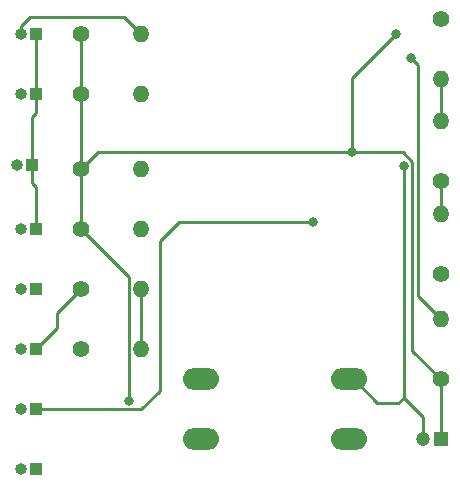
<source format=gbr>
%TF.GenerationSoftware,KiCad,Pcbnew,(5.1.10)-1*%
%TF.CreationDate,2023-02-11T08:53:15-05:00*%
%TF.ProjectId,Optitest,4f707469-7465-4737-942e-6b696361645f,rev?*%
%TF.SameCoordinates,Original*%
%TF.FileFunction,Copper,L2,Bot*%
%TF.FilePolarity,Positive*%
%FSLAX46Y46*%
G04 Gerber Fmt 4.6, Leading zero omitted, Abs format (unit mm)*
G04 Created by KiCad (PCBNEW (5.1.10)-1) date 2023-02-11 08:53:15*
%MOMM*%
%LPD*%
G01*
G04 APERTURE LIST*
%TA.AperFunction,ComponentPad*%
%ADD10R,1.200000X1.200000*%
%TD*%
%TA.AperFunction,ComponentPad*%
%ADD11C,1.200000*%
%TD*%
%TA.AperFunction,ComponentPad*%
%ADD12C,1.400000*%
%TD*%
%TA.AperFunction,ComponentPad*%
%ADD13O,1.400000X1.400000*%
%TD*%
%TA.AperFunction,ComponentPad*%
%ADD14R,1.000000X1.000000*%
%TD*%
%TA.AperFunction,ComponentPad*%
%ADD15O,1.000000X1.000000*%
%TD*%
%TA.AperFunction,ComponentPad*%
%ADD16O,3.048000X1.850000*%
%TD*%
%TA.AperFunction,ViaPad*%
%ADD17C,0.800000*%
%TD*%
%TA.AperFunction,Conductor*%
%ADD18C,0.250000*%
%TD*%
G04 APERTURE END LIST*
D10*
%TO.P,C1,1*%
%TO.N,VCC*%
X132080000Y-101600000D03*
D11*
%TO.P,C1,2*%
%TO.N,GND*%
X130580000Y-101600000D03*
%TD*%
D12*
%TO.P,R1,1*%
%TO.N,VCC*%
X101600000Y-83820000D03*
D13*
%TO.P,R1,2*%
%TO.N,/MALO*%
X106680000Y-83820000D03*
%TD*%
%TO.P,R2,2*%
%TO.N,/REGULAR*%
X106680000Y-78740000D03*
D12*
%TO.P,R2,1*%
%TO.N,VCC*%
X101600000Y-78740000D03*
%TD*%
%TO.P,R3,1*%
%TO.N,VCC*%
X101600000Y-72390000D03*
D13*
%TO.P,R3,2*%
%TO.N,/BUENO*%
X106680000Y-72390000D03*
%TD*%
%TO.P,R4,2*%
%TO.N,/EXCELENTE*%
X106680000Y-67310000D03*
D12*
%TO.P,R4,1*%
%TO.N,VCC*%
X101600000Y-67310000D03*
%TD*%
D13*
%TO.P,R5,2*%
%TO.N,/CONF*%
X132080000Y-91440000D03*
D12*
%TO.P,R5,1*%
%TO.N,VCC*%
X132080000Y-96520000D03*
%TD*%
%TO.P,R6,1*%
%TO.N,/To_R5*%
X132080000Y-66040000D03*
D13*
%TO.P,R6,2*%
%TO.N,GND*%
X132080000Y-71120000D03*
%TD*%
D12*
%TO.P,R7,1*%
%TO.N,Net-(D1-Pad1)*%
X101600000Y-88900000D03*
D13*
%TO.P,R7,2*%
%TO.N,GND*%
X106680000Y-88900000D03*
%TD*%
%TO.P,R8,2*%
%TO.N,GND*%
X106680000Y-93980000D03*
D12*
%TO.P,R8,1*%
%TO.N,Net-(BZ1-Pad2)*%
X101600000Y-93980000D03*
%TD*%
%TO.P,R9,1*%
%TO.N,/BAT*%
X132080000Y-87630000D03*
D13*
%TO.P,R9,2*%
%TO.N,/To_ADC_2*%
X132080000Y-82550000D03*
%TD*%
%TO.P,R10,2*%
%TO.N,GND*%
X132080000Y-74660000D03*
D12*
%TO.P,R10,1*%
%TO.N,/To_ADC_2*%
X132080000Y-79740000D03*
%TD*%
D14*
%TO.P,J5,1*%
%TO.N,/TXD*%
X97790000Y-88900000D03*
D15*
%TO.P,J5,2*%
%TO.N,/RXD*%
X96520000Y-88900000D03*
%TD*%
%TO.P,BZ1,2*%
%TO.N,Net-(BZ1-Pad2)*%
X96520000Y-99060000D03*
D14*
%TO.P,BZ1,1*%
%TO.N,/Buzzer_1*%
X97790000Y-99060000D03*
%TD*%
%TO.P,D1,1*%
%TO.N,Net-(D1-Pad1)*%
X97790000Y-93980000D03*
D15*
%TO.P,D1,2*%
%TO.N,/INF*%
X96520000Y-93980000D03*
%TD*%
D14*
%TO.P,J1,1*%
%TO.N,GND*%
X97790000Y-83820000D03*
D15*
%TO.P,J1,2*%
%TO.N,/MALO*%
X96520000Y-83820000D03*
%TD*%
%TO.P,J2,2*%
%TO.N,/REGULAR*%
X96175001Y-78335001D03*
D14*
%TO.P,J2,1*%
%TO.N,GND*%
X97445001Y-78335001D03*
%TD*%
%TO.P,J3,1*%
%TO.N,GND*%
X97790000Y-72390000D03*
D15*
%TO.P,J3,2*%
%TO.N,/BUENO*%
X96520000Y-72390000D03*
%TD*%
%TO.P,J4,2*%
%TO.N,/EXCELENTE*%
X96520000Y-67310000D03*
D14*
%TO.P,J4,1*%
%TO.N,GND*%
X97790000Y-67310000D03*
%TD*%
%TO.P,J6,1*%
%TO.N,/BAT*%
X97790000Y-104140000D03*
D15*
%TO.P,J6,2*%
%TO.N,GND*%
X96520000Y-104140000D03*
%TD*%
D16*
%TO.P,SW5,1*%
%TO.N,GND*%
X124260000Y-96520000D03*
%TO.P,SW5,2*%
%TO.N,Net-(SW5-Pad2)*%
X124260000Y-101520000D03*
%TO.P,SW5,1*%
%TO.N,GND*%
X111760000Y-96520000D03*
%TO.P,SW5,2*%
%TO.N,Net-(SW5-Pad2)*%
X111760000Y-101520000D03*
%TD*%
D17*
%TO.N,/Buzzer_1*%
X121243700Y-83219900D03*
%TO.N,VCC*%
X105640000Y-98334900D03*
X128280100Y-67280000D03*
X124579900Y-77280000D03*
%TO.N,GND*%
X128929800Y-78404900D03*
%TO.N,/CONF*%
X129510900Y-69280000D03*
%TD*%
D18*
%TO.N,/Buzzer_1*%
X121243700Y-83219900D02*
X109868200Y-83219900D01*
X109868200Y-83219900D02*
X108280700Y-84807400D01*
X108280700Y-84807400D02*
X108280700Y-97472500D01*
X108280700Y-97472500D02*
X106693200Y-99060000D01*
X106693200Y-99060000D02*
X97790000Y-99060000D01*
%TO.N,VCC*%
X132080000Y-96520000D02*
X129654900Y-94094900D01*
X129654900Y-94094900D02*
X129654900Y-78073800D01*
X129654900Y-78073800D02*
X128861200Y-77280000D01*
X128861200Y-77280000D02*
X124579900Y-77280000D01*
X101600000Y-78740000D02*
X103060000Y-77280000D01*
X103060000Y-77280000D02*
X124579900Y-77280000D01*
X132080000Y-96520000D02*
X132080000Y-101600000D01*
X101600000Y-72390000D02*
X101600000Y-67310000D01*
X101600000Y-83820000D02*
X101600000Y-78740000D01*
X101600000Y-78740000D02*
X101600000Y-72390000D01*
X101600000Y-83820000D02*
X105640000Y-87860000D01*
X105640000Y-87860000D02*
X105640000Y-98334900D01*
X124579900Y-77280000D02*
X124579900Y-70980200D01*
X124579900Y-70980200D02*
X128280100Y-67280000D01*
%TO.N,GND*%
X128929800Y-98078400D02*
X128929800Y-78404900D01*
X128929800Y-98078400D02*
X130580000Y-99728600D01*
X130580000Y-99728600D02*
X130580000Y-101600000D01*
X97445000Y-78335000D02*
X97445000Y-74287800D01*
X97445000Y-74287800D02*
X97790000Y-73942800D01*
X97790000Y-73942800D02*
X97790000Y-72390000D01*
X97790000Y-83820000D02*
X97790000Y-80232800D01*
X97790000Y-80232800D02*
X97445000Y-79887800D01*
X97445000Y-79887800D02*
X97445000Y-78335000D01*
X106680000Y-88900000D02*
X106680000Y-93980000D01*
X97790000Y-72390000D02*
X97790000Y-67310000D01*
X132080000Y-74660000D02*
X132080000Y-71120000D01*
X124260000Y-96520000D02*
X124682200Y-96520000D01*
X124682200Y-96520000D02*
X126690800Y-98528500D01*
X126690800Y-98528500D02*
X128479700Y-98528500D01*
X128479700Y-98528500D02*
X128929800Y-98078400D01*
%TO.N,Net-(D1-Pad1)*%
X97790000Y-93980000D02*
X99602700Y-92167300D01*
X99602700Y-92167300D02*
X99602700Y-90897300D01*
X99602700Y-90897300D02*
X101600000Y-88900000D01*
%TO.N,/EXCELENTE*%
X106680000Y-67310000D02*
X105204800Y-65834800D01*
X105204800Y-65834800D02*
X97313800Y-65834800D01*
X97313800Y-65834800D02*
X96520000Y-66628600D01*
X96520000Y-66628600D02*
X96520000Y-67310000D01*
%TO.N,/To_ADC_2*%
X132080000Y-79740000D02*
X132080000Y-82550000D01*
%TO.N,/CONF*%
X129510900Y-69280000D02*
X130105000Y-69874100D01*
X130105000Y-69874100D02*
X130105000Y-89465000D01*
X130105000Y-89465000D02*
X132080000Y-91440000D01*
%TD*%
M02*

</source>
